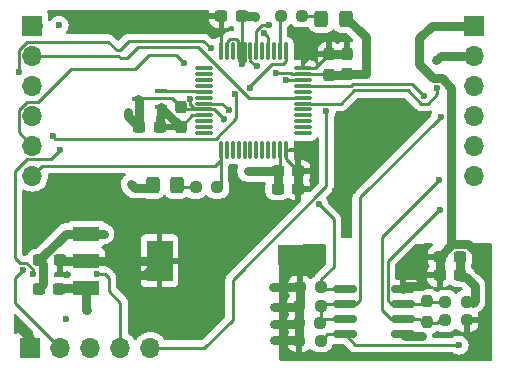
<source format=gtl>
%TF.GenerationSoftware,KiCad,Pcbnew,8.0.4*%
%TF.CreationDate,2025-01-10T16:33:02-05:00*%
%TF.ProjectId,X17-Data-Conversion,5831372d-4461-4746-912d-436f6e766572,rev?*%
%TF.SameCoordinates,Original*%
%TF.FileFunction,Copper,L1,Top*%
%TF.FilePolarity,Positive*%
%FSLAX46Y46*%
G04 Gerber Fmt 4.6, Leading zero omitted, Abs format (unit mm)*
G04 Created by KiCad (PCBNEW 8.0.4) date 2025-01-10 16:33:02*
%MOMM*%
%LPD*%
G01*
G04 APERTURE LIST*
G04 Aperture macros list*
%AMRoundRect*
0 Rectangle with rounded corners*
0 $1 Rounding radius*
0 $2 $3 $4 $5 $6 $7 $8 $9 X,Y pos of 4 corners*
0 Add a 4 corners polygon primitive as box body*
4,1,4,$2,$3,$4,$5,$6,$7,$8,$9,$2,$3,0*
0 Add four circle primitives for the rounded corners*
1,1,$1+$1,$2,$3*
1,1,$1+$1,$4,$5*
1,1,$1+$1,$6,$7*
1,1,$1+$1,$8,$9*
0 Add four rect primitives between the rounded corners*
20,1,$1+$1,$2,$3,$4,$5,0*
20,1,$1+$1,$4,$5,$6,$7,0*
20,1,$1+$1,$6,$7,$8,$9,0*
20,1,$1+$1,$8,$9,$2,$3,0*%
G04 Aperture macros list end*
%TA.AperFunction,SMDPad,CuDef*%
%ADD10RoundRect,0.237500X-0.300000X-0.237500X0.300000X-0.237500X0.300000X0.237500X-0.300000X0.237500X0*%
%TD*%
%TA.AperFunction,SMDPad,CuDef*%
%ADD11RoundRect,0.237500X-0.250000X-0.237500X0.250000X-0.237500X0.250000X0.237500X-0.250000X0.237500X0*%
%TD*%
%TA.AperFunction,SMDPad,CuDef*%
%ADD12RoundRect,0.237500X0.300000X0.237500X-0.300000X0.237500X-0.300000X-0.237500X0.300000X-0.237500X0*%
%TD*%
%TA.AperFunction,ComponentPad*%
%ADD13O,1.700000X1.700000*%
%TD*%
%TA.AperFunction,ComponentPad*%
%ADD14R,1.700000X1.700000*%
%TD*%
%TA.AperFunction,SMDPad,CuDef*%
%ADD15RoundRect,0.150000X-0.825000X-0.150000X0.825000X-0.150000X0.825000X0.150000X-0.825000X0.150000X0*%
%TD*%
%TA.AperFunction,SMDPad,CuDef*%
%ADD16RoundRect,0.075000X-0.075000X-0.662500X0.075000X-0.662500X0.075000X0.662500X-0.075000X0.662500X0*%
%TD*%
%TA.AperFunction,SMDPad,CuDef*%
%ADD17RoundRect,0.075000X-0.662500X-0.075000X0.662500X-0.075000X0.662500X0.075000X-0.662500X0.075000X0*%
%TD*%
%TA.AperFunction,SMDPad,CuDef*%
%ADD18R,1.117600X0.457200*%
%TD*%
%TA.AperFunction,SMDPad,CuDef*%
%ADD19RoundRect,0.237500X-0.237500X0.250000X-0.237500X-0.250000X0.237500X-0.250000X0.237500X0.250000X0*%
%TD*%
%TA.AperFunction,SMDPad,CuDef*%
%ADD20RoundRect,0.237500X0.250000X0.237500X-0.250000X0.237500X-0.250000X-0.237500X0.250000X-0.237500X0*%
%TD*%
%TA.AperFunction,SMDPad,CuDef*%
%ADD21RoundRect,0.250000X0.325000X0.450000X-0.325000X0.450000X-0.325000X-0.450000X0.325000X-0.450000X0*%
%TD*%
%TA.AperFunction,SMDPad,CuDef*%
%ADD22RoundRect,0.250000X-0.325000X-0.450000X0.325000X-0.450000X0.325000X0.450000X-0.325000X0.450000X0*%
%TD*%
%TA.AperFunction,SMDPad,CuDef*%
%ADD23RoundRect,0.237500X0.237500X-0.300000X0.237500X0.300000X-0.237500X0.300000X-0.237500X-0.300000X0*%
%TD*%
%TA.AperFunction,SMDPad,CuDef*%
%ADD24R,2.200000X1.200000*%
%TD*%
%TA.AperFunction,SMDPad,CuDef*%
%ADD25R,2.200000X3.500000*%
%TD*%
%TA.AperFunction,SMDPad,CuDef*%
%ADD26RoundRect,0.237500X-0.237500X0.300000X-0.237500X-0.300000X0.237500X-0.300000X0.237500X0.300000X0*%
%TD*%
%TA.AperFunction,ViaPad*%
%ADD27C,0.600000*%
%TD*%
%TA.AperFunction,Conductor*%
%ADD28C,0.762000*%
%TD*%
%TA.AperFunction,Conductor*%
%ADD29C,0.254000*%
%TD*%
G04 APERTURE END LIST*
D10*
%TO.P,C9,1*%
%TO.N,GND*%
X163617500Y-81650000D03*
%TO.P,C9,2*%
%TO.N,3.3V*%
X165342500Y-81650000D03*
%TD*%
D11*
%TO.P,R7,1*%
%TO.N,5V*%
X165399500Y-93048264D03*
%TO.P,R7,2*%
%TO.N,USART1_DE*%
X167224500Y-93048264D03*
%TD*%
D12*
%TO.P,C13,1*%
%TO.N,3.3V*%
X145162500Y-87720000D03*
%TO.P,C13,2*%
%TO.N,GND*%
X143437500Y-87720000D03*
%TD*%
D13*
%TO.P,J4,12,Pin_12*%
%TO.N,A-*%
X180272500Y-80540000D03*
%TO.P,J4,11,Pin_11*%
%TO.N,A+*%
X180272500Y-78000000D03*
%TO.P,J4,10,Pin_10*%
%TO.N,NRST_PSB*%
X180272500Y-75460000D03*
%TO.P,J4,9,Pin_9*%
%TO.N,I2C1_SCL*%
X180272500Y-72920000D03*
%TO.P,J4,8,Pin_8*%
%TO.N,GND*%
X180272500Y-70380000D03*
D14*
%TO.P,J4,7,Pin_7*%
%TO.N,5V*%
X180272500Y-67840000D03*
D13*
%TO.P,J4,6,Pin_6*%
%TO.N,PG*%
X142847500Y-80540000D03*
%TO.P,J4,5,Pin_5*%
%TO.N,ALERT1*%
X142847500Y-78000000D03*
%TO.P,J4,4,Pin_4*%
%TO.N,unconnected-(J4-Pin_4-Pad4)*%
X142847500Y-75460000D03*
%TO.P,J4,3,Pin_3*%
%TO.N,unconnected-(J4-Pin_3-Pad3)*%
X142847500Y-72920000D03*
%TO.P,J4,2,Pin_2*%
%TO.N,I2C1_SDA*%
X142847500Y-70380000D03*
D14*
%TO.P,J4,1,Pin_1*%
%TO.N,GND*%
X142847500Y-67840000D03*
%TD*%
D10*
%TO.P,C11,1*%
%TO.N,5V*%
X177322000Y-88982014D03*
%TO.P,C11,2*%
%TO.N,GND*%
X179047000Y-88982014D03*
%TD*%
D11*
%TO.P,R10,1*%
%TO.N,A-*%
X177817500Y-91220000D03*
%TO.P,R10,2*%
%TO.N,GND*%
X179642500Y-91220000D03*
%TD*%
D15*
%TO.P,U3,1,RO*%
%TO.N,USART1_RX*%
X169272000Y-90148264D03*
%TO.P,U3,2,~{RE}*%
%TO.N,USART1_DE*%
X169272000Y-91418264D03*
%TO.P,U3,3,DE*%
X169272000Y-92688264D03*
%TO.P,U3,4,DI*%
%TO.N,USART1_TX*%
X169272000Y-93958264D03*
%TO.P,U3,5,GND*%
%TO.N,GND*%
X174222000Y-93958264D03*
%TO.P,U3,6,A*%
%TO.N,A+*%
X174222000Y-92688264D03*
%TO.P,U3,7,B*%
%TO.N,A-*%
X174222000Y-91418264D03*
%TO.P,U3,8,VCC*%
%TO.N,5V*%
X174222000Y-90148264D03*
%TD*%
D16*
%TO.P,U2,48,VDD*%
%TO.N,3.3V*%
X158810000Y-70027500D03*
%TO.P,U2,47,VSS*%
%TO.N,GND*%
X159310000Y-70027500D03*
%TO.P,U2,46,PB9*%
%TO.N,unconnected-(U2-PB9-Pad46)*%
X159810000Y-70027500D03*
%TO.P,U2,45,PB8*%
%TO.N,GND*%
X160310000Y-70027500D03*
%TO.P,U2,44,PF11*%
X160810000Y-70027500D03*
%TO.P,U2,43,PB7*%
%TO.N,USART1_RX*%
X161310000Y-70027500D03*
%TO.P,U2,42,PB6*%
%TO.N,USART1_TX*%
X161810000Y-70027500D03*
%TO.P,U2,41,PB5*%
%TO.N,I2C1_SMBA*%
X162310000Y-70027500D03*
%TO.P,U2,40,PB4*%
%TO.N,ALERT1*%
X162810000Y-70027500D03*
%TO.P,U2,39,PB3*%
%TO.N,unconnected-(U2-PB3-Pad39)*%
X163310000Y-70027500D03*
%TO.P,U2,38,PA15*%
%TO.N,Net-(U2-PA15)*%
X163810000Y-70027500D03*
%TO.P,U2,37,PA14*%
%TO.N,SWCLK*%
X164310000Y-70027500D03*
D17*
%TO.P,U2,36,VDDIO2*%
%TO.N,3.3V*%
X165722500Y-71440000D03*
%TO.P,U2,35,VSS*%
%TO.N,GND*%
X165722500Y-71940000D03*
%TO.P,U2,34,PA13*%
%TO.N,SWDIO*%
X165722500Y-72440000D03*
%TO.P,U2,33,PA12*%
%TO.N,USART1_DE*%
X165722500Y-72940000D03*
%TO.P,U2,32,PA11*%
%TO.N,unconnected-(U2-PA11-Pad32)*%
X165722500Y-73440000D03*
%TO.P,U2,31,PA10*%
%TO.N,I2C1_SDA*%
X165722500Y-73940000D03*
%TO.P,U2,30,PA9*%
%TO.N,I2C1_SCL*%
X165722500Y-74440000D03*
%TO.P,U2,29,PA8*%
%TO.N,unconnected-(U2-PA8-Pad29)*%
X165722500Y-74940000D03*
%TO.P,U2,28,PB15*%
%TO.N,unconnected-(U2-PB15-Pad28)*%
X165722500Y-75440000D03*
%TO.P,U2,27,PB14*%
%TO.N,unconnected-(U2-PB14-Pad27)*%
X165722500Y-75940000D03*
%TO.P,U2,26,PB13*%
%TO.N,unconnected-(U2-PB13-Pad26)*%
X165722500Y-76440000D03*
%TO.P,U2,25,PB12*%
%TO.N,unconnected-(U2-PB12-Pad25)*%
X165722500Y-76940000D03*
D16*
%TO.P,U2,24,VDD*%
%TO.N,3.3V*%
X164310000Y-78352500D03*
%TO.P,U2,23,VSS*%
%TO.N,GND*%
X163810000Y-78352500D03*
%TO.P,U2,22,PB11*%
%TO.N,unconnected-(U2-PB11-Pad22)*%
X163310000Y-78352500D03*
%TO.P,U2,21,PB10*%
%TO.N,unconnected-(U2-PB10-Pad21)*%
X162810000Y-78352500D03*
%TO.P,U2,20,PB2*%
%TO.N,unconnected-(U2-PB2-Pad20)*%
X162310000Y-78352500D03*
%TO.P,U2,19,PB1*%
%TO.N,unconnected-(U2-PB1-Pad19)*%
X161810000Y-78352500D03*
%TO.P,U2,18,PB0*%
%TO.N,unconnected-(U2-PB0-Pad18)*%
X161310000Y-78352500D03*
%TO.P,U2,17,PA7*%
%TO.N,unconnected-(U2-PA7-Pad17)*%
X160810000Y-78352500D03*
%TO.P,U2,16,PA6*%
%TO.N,unconnected-(U2-PA6-Pad16)*%
X160310000Y-78352500D03*
%TO.P,U2,15,PA5*%
%TO.N,unconnected-(U2-PA5-Pad15)*%
X159810000Y-78352500D03*
%TO.P,U2,14,PA4*%
%TO.N,unconnected-(U2-PA4-Pad14)*%
X159310000Y-78352500D03*
%TO.P,U2,13,PA3*%
%TO.N,PG*%
X158810000Y-78352500D03*
D17*
%TO.P,U2,12,PA2*%
%TO.N,unconnected-(U2-PA2-Pad12)*%
X157397500Y-76940000D03*
%TO.P,U2,11,PA1*%
%TO.N,unconnected-(U2-PA1-Pad11)*%
X157397500Y-76440000D03*
%TO.P,U2,10,PA0*%
%TO.N,unconnected-(U2-PA0-Pad10)*%
X157397500Y-75940000D03*
%TO.P,U2,9,VDDA*%
%TO.N,3.3V*%
X157397500Y-75440000D03*
%TO.P,U2,8,VSSA*%
%TO.N,GND*%
X157397500Y-74940000D03*
%TO.P,U2,7,NRST*%
%TO.N,NRST_PSB*%
X157397500Y-74440000D03*
%TO.P,U2,6,PF1*%
%TO.N,unconnected-(U2-PF1-Pad6)*%
X157397500Y-73940000D03*
%TO.P,U2,5,PF0*%
%TO.N,Net-(U2-PF0)*%
X157397500Y-73440000D03*
%TO.P,U2,4,PC15*%
%TO.N,unconnected-(U2-PC15-Pad4)*%
X157397500Y-72940000D03*
%TO.P,U2,3,PC14*%
%TO.N,unconnected-(U2-PC14-Pad3)*%
X157397500Y-72440000D03*
%TO.P,U2,2,PC13*%
%TO.N,unconnected-(U2-PC13-Pad2)*%
X157397500Y-71940000D03*
%TO.P,U2,1,VBAT*%
%TO.N,unconnected-(U2-VBAT-Pad1)*%
X157397500Y-71440000D03*
%TD*%
D11*
%TO.P,R8,1*%
%TO.N,5V*%
X165439500Y-94518264D03*
%TO.P,R8,2*%
%TO.N,USART1_TX*%
X167264500Y-94518264D03*
%TD*%
D10*
%TO.P,C12,1*%
%TO.N,GND*%
X143367500Y-90130000D03*
%TO.P,C12,2*%
%TO.N,5V*%
X145092500Y-90130000D03*
%TD*%
D11*
%TO.P,R6,1*%
%TO.N,5V*%
X165419500Y-91558264D03*
%TO.P,R6,2*%
%TO.N,USART1_DE*%
X167244500Y-91558264D03*
%TD*%
D18*
%TO.P,U4,3,GND*%
%TO.N,GND*%
X151769400Y-74070000D03*
%TO.P,U4,2,CLOCK*%
%TO.N,Net-(U2-PF0)*%
X153750600Y-73420001D03*
%TO.P,U4,1,V+*%
%TO.N,3.3V*%
X153750600Y-74719999D03*
%TD*%
D19*
%TO.P,R11,1*%
%TO.N,A-*%
X176270000Y-91127500D03*
%TO.P,R11,2*%
%TO.N,A+*%
X176270000Y-92952500D03*
%TD*%
D20*
%TO.P,R9,1*%
%TO.N,5V*%
X179612500Y-92790000D03*
%TO.P,R9,2*%
%TO.N,A+*%
X177787500Y-92790000D03*
%TD*%
D21*
%TO.P,D1,1,K*%
%TO.N,GND*%
X169362500Y-67280000D03*
%TO.P,D1,2,A*%
%TO.N,Net-(D1-A)*%
X167312500Y-67280000D03*
%TD*%
D22*
%TO.P,D2,1,K*%
%TO.N,GND*%
X153017500Y-81310000D03*
%TO.P,D2,2,A*%
%TO.N,Net-(D2-A)*%
X155067500Y-81310000D03*
%TD*%
D14*
%TO.P,J1,1,Pin_1*%
%TO.N,3.3V*%
X142680000Y-95120000D03*
D13*
%TO.P,J1,2,Pin_2*%
%TO.N,SWCLK*%
X145220000Y-95120000D03*
%TO.P,J1,3,Pin_3*%
%TO.N,GND*%
X147760000Y-95120000D03*
%TO.P,J1,4,Pin_4*%
%TO.N,SWDIO*%
X150300000Y-95120000D03*
%TO.P,J1,5,Pin_5*%
%TO.N,NRST_PSB*%
X152840000Y-95120000D03*
%TD*%
D10*
%TO.P,C8,1*%
%TO.N,GND*%
X163617500Y-80180000D03*
%TO.P,C8,2*%
%TO.N,3.3V*%
X165342500Y-80180000D03*
%TD*%
D23*
%TO.P,C6,1*%
%TO.N,GND*%
X167980000Y-71985000D03*
%TO.P,C6,2*%
%TO.N,3.3V*%
X167980000Y-70260000D03*
%TD*%
D12*
%TO.P,C1,1*%
%TO.N,3.3V*%
X153632500Y-76410000D03*
%TO.P,C1,2*%
%TO.N,GND*%
X151907500Y-76410000D03*
%TD*%
D10*
%TO.P,C10,1*%
%TO.N,5V*%
X177342000Y-87414514D03*
%TO.P,C10,2*%
%TO.N,GND*%
X179067000Y-87414514D03*
%TD*%
D24*
%TO.P,U5,1,GND*%
%TO.N,GND*%
X147410000Y-85460000D03*
%TO.P,U5,2,OUTPUT*%
%TO.N,3.3V*%
X147410000Y-87760000D03*
%TO.P,U5,3,INPUT*%
%TO.N,5V*%
X147410000Y-90060000D03*
D25*
%TO.P,U5,4,VOUT*%
%TO.N,3.3V*%
X153610000Y-87760000D03*
%TD*%
D11*
%TO.P,R4,1*%
%TO.N,Net-(U2-PA15)*%
X163857500Y-67020000D03*
%TO.P,R4,2*%
%TO.N,Net-(D1-A)*%
X165682500Y-67020000D03*
%TD*%
D26*
%TO.P,C5,1*%
%TO.N,GND*%
X155390000Y-74697500D03*
%TO.P,C5,2*%
%TO.N,3.3V*%
X155390000Y-76422500D03*
%TD*%
D20*
%TO.P,R2,1*%
%TO.N,PG*%
X158492500Y-81510000D03*
%TO.P,R2,2*%
%TO.N,Net-(D2-A)*%
X156667500Y-81510000D03*
%TD*%
D11*
%TO.P,R5,1*%
%TO.N,5V*%
X165479500Y-89978264D03*
%TO.P,R5,2*%
%TO.N,USART1_RX*%
X167304500Y-89978264D03*
%TD*%
D23*
%TO.P,C7,1*%
%TO.N,GND*%
X169500000Y-71955000D03*
%TO.P,C7,2*%
%TO.N,3.3V*%
X169500000Y-70230000D03*
%TD*%
D12*
%TO.P,C4,1*%
%TO.N,GND*%
X160582500Y-67060000D03*
%TO.P,C4,2*%
%TO.N,3.3V*%
X158857500Y-67060000D03*
%TD*%
D27*
%TO.N,GND*%
X145100000Y-67830000D03*
%TO.N,3.3V*%
X141830000Y-93430000D03*
%TO.N,SWDIO*%
X141710000Y-71790000D03*
%TO.N,SWCLK*%
X144580000Y-77200000D03*
%TO.N,NRST_PSB*%
X167720000Y-75067000D03*
X159483000Y-75030000D03*
%TO.N,3.3V*%
X168730000Y-70260000D03*
X171920000Y-74250000D03*
X166740000Y-80270000D03*
X166520000Y-70210000D03*
X174190000Y-74270000D03*
X168480000Y-81850000D03*
X149400000Y-81010000D03*
X153735300Y-75515300D03*
X158820000Y-85890000D03*
X147060000Y-81000000D03*
X147080000Y-68090000D03*
X169950000Y-81840000D03*
X158830000Y-85250000D03*
X150980000Y-88950000D03*
X169150000Y-81860000D03*
X149350000Y-68150000D03*
X148170000Y-81010000D03*
X158830000Y-84580000D03*
X148160000Y-68130000D03*
X173030000Y-74310000D03*
%TO.N,SWCLK*%
X160019439Y-73640561D03*
X142050176Y-88561792D03*
X161269303Y-73116999D03*
%TO.N,SWDIO*%
X157950000Y-69780000D03*
X164280000Y-72490000D03*
%TO.N,5V*%
X147410000Y-91960000D03*
X163257000Y-89978264D03*
X163310000Y-91630000D03*
X175867000Y-89870682D03*
X163290000Y-94480000D03*
X178290000Y-86330000D03*
X163310000Y-93080000D03*
%TO.N,USART1_RX*%
X161885352Y-71264999D03*
X167090000Y-82970000D03*
%TO.N,USART1_DE*%
X177410000Y-75560000D03*
X176020000Y-73813000D03*
%TO.N,USART1_TX*%
X162900089Y-67803101D03*
X178967000Y-94888264D03*
%TO.N,A+*%
X177270000Y-80920000D03*
%TO.N,A-*%
X177380000Y-83450000D03*
%TO.N,I2C1_SCL*%
X177140000Y-73140000D03*
%TO.N,ALERT1*%
X162490000Y-68490000D03*
X155710000Y-71040000D03*
%TO.N,GND*%
X163500000Y-71891999D03*
X161680000Y-67070000D03*
X148867500Y-85460000D03*
X156160000Y-74047001D03*
X175827000Y-94109264D03*
X145670000Y-92690000D03*
X160610000Y-71110000D03*
X161070000Y-80180000D03*
X180315000Y-89865000D03*
X150960000Y-75180000D03*
X177020000Y-70780000D03*
X171055000Y-71955000D03*
X151200000Y-81280000D03*
X159070000Y-75760000D03*
%TO.N,SWDIO*%
X148340000Y-88860000D03*
X145210000Y-78350000D03*
X142860000Y-88870000D03*
%TD*%
D28*
%TO.N,GND*%
X150960000Y-75462500D02*
X150960000Y-75180000D01*
X151907500Y-76410000D02*
X150960000Y-75462500D01*
D29*
%TO.N,SWCLK*%
X158377000Y-77417000D02*
X144797000Y-77417000D01*
X160110000Y-73550000D02*
X160110000Y-75684000D01*
X160019439Y-73640561D02*
X160110000Y-73550000D01*
X160110000Y-75684000D02*
X158377000Y-77417000D01*
X144797000Y-77417000D02*
X144580000Y-77200000D01*
%TO.N,ALERT1*%
X154970000Y-70300000D02*
X155710000Y-71040000D01*
X151520000Y-71490000D02*
X152710000Y-70300000D01*
X143335030Y-74283000D02*
X146128030Y-71490000D01*
X152710000Y-70300000D02*
X154970000Y-70300000D01*
X142359970Y-74283000D02*
X143335030Y-74283000D01*
X141670500Y-74972470D02*
X142359970Y-74283000D01*
X141670500Y-76823000D02*
X141670500Y-74972470D01*
X142847500Y-78000000D02*
X141670500Y-76823000D01*
X146128030Y-71490000D02*
X151520000Y-71490000D01*
%TO.N,I2C1_SDA*%
X161205592Y-73940000D02*
X165722500Y-73940000D01*
X156879592Y-69614000D02*
X161205592Y-73940000D01*
X150326000Y-70586000D02*
X150824000Y-70586000D01*
X150824000Y-70586000D02*
X151796000Y-69614000D01*
X150120000Y-70380000D02*
X150326000Y-70586000D01*
X142847500Y-70380000D02*
X150120000Y-70380000D01*
X151796000Y-69614000D02*
X156879592Y-69614000D01*
%TO.N,SWDIO*%
X157330000Y-69160000D02*
X157950000Y-69780000D01*
X151010000Y-69160000D02*
X157330000Y-69160000D01*
X150270000Y-69900000D02*
X151010000Y-69160000D01*
X149273000Y-69203000D02*
X149970000Y-69900000D01*
X141670500Y-69892470D02*
X142359970Y-69203000D01*
X141670500Y-71743000D02*
X141670500Y-69892470D01*
X142359970Y-69203000D02*
X149273000Y-69203000D01*
X149970000Y-69900000D02*
X150270000Y-69900000D01*
X149310000Y-90310000D02*
X149310000Y-89190000D01*
X149310000Y-89190000D02*
X148980000Y-88860000D01*
X148980000Y-88860000D02*
X148340000Y-88860000D01*
X150300000Y-91300000D02*
X149310000Y-90310000D01*
X150300000Y-95120000D02*
X150300000Y-91300000D01*
X144383000Y-79177000D02*
X145210000Y-78350000D01*
X141377000Y-87507000D02*
X141377000Y-80159970D01*
X141377000Y-80159970D02*
X142359970Y-79177000D01*
X141804792Y-87934792D02*
X141377000Y-87507000D01*
X142309888Y-87934792D02*
X141804792Y-87934792D01*
X142359970Y-79177000D02*
X144383000Y-79177000D01*
X142860000Y-88870000D02*
X142860000Y-88484904D01*
X142860000Y-88484904D02*
X142309888Y-87934792D01*
%TO.N,NRST_PSB*%
X159483000Y-75030000D02*
X158893000Y-74440000D01*
X158893000Y-74440000D02*
X157397500Y-74440000D01*
%TO.N,3.3V*%
X166942500Y-70220000D02*
X167240000Y-70220000D01*
D28*
X153735300Y-75515300D02*
X153750600Y-75500000D01*
D29*
X156372500Y-75440000D02*
X157397500Y-75440000D01*
X165722500Y-71007500D02*
X166520000Y-70210000D01*
X158810000Y-70027500D02*
X158810000Y-67107500D01*
D28*
X167980000Y-70260000D02*
X168730000Y-70260000D01*
X165342500Y-80180000D02*
X165342500Y-81650000D01*
D29*
X158810000Y-67107500D02*
X158857500Y-67060000D01*
D28*
X147410000Y-87760000D02*
X145202500Y-87760000D01*
X155390000Y-76422500D02*
X153750600Y-74783100D01*
X169470000Y-70260000D02*
X169500000Y-70230000D01*
X152420000Y-88950000D02*
X153610000Y-87760000D01*
D29*
X165722500Y-71440000D02*
X166800000Y-71440000D01*
D28*
X153750600Y-74783100D02*
X153750600Y-74719999D01*
X153750600Y-74719999D02*
X153750600Y-75500000D01*
X145202500Y-87760000D02*
X145162500Y-87720000D01*
X153632500Y-76410000D02*
X153632500Y-75618100D01*
D29*
X164310000Y-79147500D02*
X165342500Y-80180000D01*
X164310000Y-78352500D02*
X164310000Y-79147500D01*
D28*
X142680000Y-94300000D02*
X141830000Y-93450000D01*
X150980000Y-88950000D02*
X152420000Y-88950000D01*
X153632500Y-75618100D02*
X153735300Y-75515300D01*
D29*
X155390000Y-76422500D02*
X156372500Y-75440000D01*
D28*
X153610000Y-87760000D02*
X147410000Y-87760000D01*
D29*
X165722500Y-71440000D02*
X165722500Y-71007500D01*
D28*
X168730000Y-70260000D02*
X169470000Y-70260000D01*
D29*
X166800000Y-71440000D02*
X167980000Y-70260000D01*
D28*
X142680000Y-95120000D02*
X142680000Y-94300000D01*
D29*
%TO.N,Net-(D1-A)*%
X165682500Y-67020000D02*
X167192500Y-67020000D01*
X167192500Y-67020000D02*
X167302500Y-67130000D01*
%TO.N,SWCLK*%
X142050176Y-88561792D02*
X141410000Y-89201968D01*
X164310000Y-70835592D02*
X164310000Y-70027500D01*
X145170000Y-95120000D02*
X145220000Y-95120000D01*
X161269303Y-72977409D02*
X163154712Y-71092000D01*
X141410000Y-91360000D02*
X145170000Y-95120000D01*
X163154712Y-71092000D02*
X164053592Y-71092000D01*
X141410000Y-89201968D02*
X141410000Y-91360000D01*
X161269303Y-73116999D02*
X161269303Y-72977409D01*
X164053592Y-71092000D02*
X164310000Y-70835592D01*
%TO.N,SWDIO*%
X164330000Y-72440000D02*
X165722500Y-72440000D01*
X164280000Y-72490000D02*
X164330000Y-72440000D01*
%TO.N,Net-(U2-PA15)*%
X163810000Y-67067500D02*
X163810000Y-70027500D01*
X163857500Y-67020000D02*
X163810000Y-67067500D01*
D28*
%TO.N,5V*%
X177342000Y-88962014D02*
X177322000Y-88982014D01*
X147410000Y-91960000D02*
X147440000Y-91960000D01*
X177342000Y-87414514D02*
X177342000Y-88962014D01*
X176779000Y-72259000D02*
X177504923Y-72259000D01*
X165401236Y-94480000D02*
X165439500Y-94518264D01*
X165367764Y-93080000D02*
X165399500Y-93048264D01*
X177504923Y-72259000D02*
X178330000Y-73084077D01*
X163247000Y-89988264D02*
X163257000Y-89978264D01*
X175867000Y-89870682D02*
X174499582Y-89870682D01*
X178398000Y-86358514D02*
X179712616Y-86358514D01*
X179712616Y-86358514D02*
X180540000Y-87185898D01*
X165479500Y-89978264D02*
X165479500Y-91498264D01*
X163310000Y-91630000D02*
X165347764Y-91630000D01*
X165479500Y-91498264D02*
X165419500Y-91558264D01*
X165399500Y-93048264D02*
X165399500Y-94478264D01*
X163290000Y-94480000D02*
X165401236Y-94480000D01*
X180540000Y-87185898D02*
X180540000Y-88560000D01*
X175620000Y-68870000D02*
X175620000Y-71100000D01*
X165399500Y-94478264D02*
X165439500Y-94518264D01*
X165399500Y-91578264D02*
X165419500Y-91558264D01*
X180272500Y-67840000D02*
X176650000Y-67840000D01*
X163310000Y-93080000D02*
X165367764Y-93080000D01*
X165479500Y-89978264D02*
X163257000Y-89978264D01*
X178330000Y-86426514D02*
X177342000Y-87414514D01*
X174499582Y-89870682D02*
X174222000Y-90148264D01*
X165399500Y-93048264D02*
X165399500Y-91578264D01*
X147410000Y-90060000D02*
X145162500Y-90060000D01*
X175620000Y-71100000D02*
X176779000Y-72259000D01*
X165347764Y-91630000D02*
X165419500Y-91558264D01*
X178330000Y-73084077D02*
X178330000Y-86426514D01*
X178330000Y-86426514D02*
X178398000Y-86358514D01*
X147410000Y-90060000D02*
X147410000Y-91960000D01*
X145162500Y-90060000D02*
X145092500Y-90130000D01*
X176650000Y-67840000D02*
X175620000Y-68870000D01*
D29*
%TO.N,USART1_RX*%
X168350000Y-88259000D02*
X167304500Y-89304500D01*
X168350000Y-84230000D02*
X168350000Y-88259000D01*
X167334500Y-90148264D02*
X167284500Y-90098264D01*
X167304500Y-89304500D02*
X167304500Y-89978264D01*
X161885352Y-71264999D02*
X161739407Y-71264999D01*
X161739407Y-71264999D02*
X161310000Y-70835592D01*
X167090000Y-82970000D02*
X168350000Y-84230000D01*
X161310000Y-70835592D02*
X161310000Y-70027500D01*
X169272000Y-90148264D02*
X167334500Y-90148264D01*
%TO.N,USART1_DE*%
X177410000Y-75560000D02*
X170574000Y-82396000D01*
X169857404Y-72940000D02*
X169997404Y-72800000D01*
X167584500Y-92688264D02*
X167224500Y-93048264D01*
X167244500Y-91558264D02*
X167244500Y-93028264D01*
X165722500Y-72940000D02*
X169857404Y-72940000D01*
X169272000Y-91418264D02*
X167384500Y-91418264D01*
X175007000Y-72800000D02*
X176020000Y-73813000D01*
X169997404Y-72800000D02*
X175007000Y-72800000D01*
X170574000Y-91091263D02*
X170246999Y-91418264D01*
X170574000Y-82396000D02*
X170574000Y-91091263D01*
X170246999Y-91418264D02*
X169272000Y-91418264D01*
X167244500Y-93028264D02*
X167224500Y-93048264D01*
X167384500Y-91418264D02*
X167244500Y-91558264D01*
X169272000Y-92688264D02*
X167584500Y-92688264D01*
%TO.N,USART1_TX*%
X161810000Y-68283288D02*
X162273288Y-67820000D01*
X170202000Y-94888264D02*
X169272000Y-93958264D01*
X178967000Y-94888264D02*
X170202000Y-94888264D01*
X162273288Y-67820000D02*
X162890000Y-67820000D01*
X162900089Y-67809911D02*
X162900089Y-67803101D01*
X167824500Y-93958264D02*
X167264500Y-94518264D01*
X162890000Y-67820000D02*
X162900089Y-67809911D01*
X169272000Y-93958264D02*
X167824500Y-93958264D01*
X161810000Y-70027500D02*
X161810000Y-68283288D01*
%TO.N,A+*%
X175614500Y-92688264D02*
X175967000Y-93040764D01*
X173247001Y-92688264D02*
X174222000Y-92688264D01*
X177250000Y-80920000D02*
X172466000Y-85704000D01*
X177920000Y-92790000D02*
X177787500Y-92790000D01*
X172466000Y-91907263D02*
X173247001Y-92688264D01*
X177270000Y-80920000D02*
X177250000Y-80920000D01*
X175967000Y-93040764D02*
X177069500Y-93040764D01*
X174222000Y-92688264D02*
X175614500Y-92688264D01*
X172466000Y-85704000D02*
X172466000Y-91907263D01*
X177069500Y-93040764D02*
X177332000Y-92778264D01*
%TO.N,A-*%
X173247001Y-91418264D02*
X174222000Y-91418264D01*
X172920000Y-87783000D02*
X172920000Y-91091263D01*
X177247000Y-91215764D02*
X177339500Y-91308264D01*
X175967000Y-91215764D02*
X177247000Y-91215764D01*
X177253000Y-83450000D02*
X172920000Y-87783000D01*
X174222000Y-91418264D02*
X175764500Y-91418264D01*
X177380000Y-83450000D02*
X177253000Y-83450000D01*
X172920000Y-91091263D02*
X173247001Y-91418264D01*
X173838264Y-91418264D02*
X174222000Y-91418264D01*
X175764500Y-91418264D02*
X175967000Y-91215764D01*
%TO.N,I2C1_SCL*%
X170109457Y-73330000D02*
X174650288Y-73330000D01*
X177140000Y-73610000D02*
X177140000Y-73140000D01*
X176310000Y-74440000D02*
X177140000Y-73610000D01*
X174650288Y-73330000D02*
X175760288Y-74440000D01*
X168999457Y-74440000D02*
X170109457Y-73330000D01*
X165722500Y-74440000D02*
X168999457Y-74440000D01*
X175760288Y-74440000D02*
X176310000Y-74440000D01*
%TO.N,ALERT1*%
X162490000Y-68490000D02*
X162810000Y-68810000D01*
X162810000Y-68810000D02*
X162810000Y-70027500D01*
D28*
%TO.N,GND*%
X177420000Y-70380000D02*
X177020000Y-70780000D01*
X169470000Y-71985000D02*
X169500000Y-71955000D01*
D29*
X163500000Y-71891999D02*
X163528999Y-71863000D01*
D28*
X171055000Y-68832500D02*
X171055000Y-71955000D01*
D29*
X160630000Y-70027500D02*
X160810000Y-70027500D01*
D28*
X142847500Y-67840000D02*
X143280000Y-67840000D01*
D29*
X159070000Y-75760000D02*
X158949999Y-75880001D01*
X156160000Y-74510592D02*
X156160000Y-74604663D01*
X151827401Y-74011999D02*
X151769400Y-74070000D01*
D28*
X143280000Y-67840000D02*
X143310000Y-67810000D01*
D29*
X160582500Y-69800000D02*
X160810000Y-70027500D01*
X158250000Y-74940000D02*
X159070000Y-75760000D01*
D28*
X160582500Y-67060000D02*
X161670000Y-67060000D01*
X151907500Y-74208100D02*
X151769400Y-74070000D01*
D29*
X156160000Y-74604663D02*
X156160000Y-74047001D01*
D28*
X179164500Y-89099514D02*
X179047000Y-88982014D01*
D29*
X160053592Y-68963000D02*
X160310000Y-69219408D01*
X155390000Y-74697500D02*
X154704499Y-74011999D01*
D28*
X151493750Y-81573750D02*
X151200000Y-81280000D01*
D29*
X156589408Y-74940000D02*
X156160000Y-74510592D01*
X163528999Y-71863000D02*
X164777000Y-71863000D01*
X164854000Y-71940000D02*
X165722500Y-71940000D01*
D28*
X163617500Y-80180000D02*
X161070000Y-80180000D01*
X180315000Y-89865000D02*
X179549514Y-89099514D01*
X143770096Y-88052596D02*
X143770096Y-89727404D01*
D29*
X154704499Y-74011999D02*
X151827401Y-74011999D01*
X160630000Y-71090000D02*
X160610000Y-71110000D01*
D28*
X161670000Y-67060000D02*
X161680000Y-67070000D01*
X175827000Y-94109264D02*
X174373000Y-94109264D01*
D29*
X155390000Y-74697500D02*
X155632500Y-74940000D01*
X167935000Y-71940000D02*
X167980000Y-71985000D01*
D28*
X174373000Y-94109264D02*
X174222000Y-93958264D01*
X151907500Y-76410000D02*
X151907500Y-74208100D01*
D29*
X159566408Y-68963000D02*
X160053592Y-68963000D01*
X160582500Y-67060000D02*
X160582500Y-69800000D01*
D28*
X161060000Y-80170000D02*
X161070000Y-80180000D01*
D29*
X160630000Y-70027500D02*
X160630000Y-71090000D01*
X165722500Y-71940000D02*
X167935000Y-71940000D01*
D28*
X163617500Y-80180000D02*
X163617500Y-81650000D01*
X180315000Y-91185000D02*
X180180000Y-91320000D01*
D29*
X163810000Y-79987500D02*
X163617500Y-80180000D01*
X164777000Y-71863000D02*
X164854000Y-71940000D01*
X160310000Y-70027500D02*
X160310000Y-70810000D01*
D28*
X169500000Y-71955000D02*
X171055000Y-71955000D01*
D29*
X160310000Y-69219408D02*
X160310000Y-70027500D01*
X157397500Y-74940000D02*
X158250000Y-74940000D01*
D28*
X161680000Y-67070000D02*
X161691012Y-67081012D01*
X180315000Y-89865000D02*
X180315000Y-91185000D01*
X179549514Y-89099514D02*
X179164500Y-89099514D01*
D29*
X159310000Y-70027500D02*
X159310000Y-69219408D01*
X159310000Y-69219408D02*
X159566408Y-68963000D01*
D28*
X171060000Y-71960000D02*
X171055000Y-71955000D01*
X167980000Y-71985000D02*
X169470000Y-71985000D01*
D29*
X163810000Y-78352500D02*
X163810000Y-79987500D01*
D28*
X179067000Y-88962014D02*
X179047000Y-88982014D01*
X153017500Y-81310000D02*
X152753750Y-81573750D01*
X179067000Y-87414514D02*
X179067000Y-88962014D01*
D29*
X157397500Y-74940000D02*
X156589408Y-74940000D01*
D28*
X180272500Y-70380000D02*
X177420000Y-70380000D01*
X169352500Y-67130000D02*
X171055000Y-68832500D01*
X147410000Y-85460000D02*
X148867500Y-85460000D01*
D29*
X160310000Y-70027500D02*
X160630000Y-70027500D01*
D28*
X143437500Y-87720000D02*
X143770096Y-88052596D01*
X143770096Y-89727404D02*
X143367500Y-90130000D01*
D29*
X160810000Y-70027500D02*
X160810000Y-70835592D01*
D28*
X147410000Y-85460000D02*
X145697500Y-85460000D01*
X152753750Y-81573750D02*
X151493750Y-81573750D01*
D29*
X155632500Y-74940000D02*
X157397500Y-74940000D01*
D28*
X145697500Y-85460000D02*
X143437500Y-87720000D01*
D29*
X160310000Y-70810000D02*
X160610000Y-71110000D01*
%TO.N,Net-(D2-A)*%
X156667500Y-81510000D02*
X155267500Y-81510000D01*
X155267500Y-81510000D02*
X155067500Y-81310000D01*
%TO.N,PG*%
X158810000Y-81192500D02*
X158492500Y-81510000D01*
X158810000Y-78352500D02*
X158810000Y-81192500D01*
X142847500Y-80540000D02*
X143697500Y-79690000D01*
X158810000Y-79206592D02*
X158810000Y-78352500D01*
X143697500Y-79690000D02*
X158326592Y-79690000D01*
X158326592Y-79690000D02*
X158810000Y-79206592D01*
%TO.N,Net-(U2-PF0)*%
X153750600Y-73420001D02*
X157377501Y-73420001D01*
X157377501Y-73420001D02*
X157397500Y-73440000D01*
%TO.N,NRST_PSB*%
X167720000Y-81453288D02*
X167720000Y-75067000D01*
X159803288Y-92726712D02*
X159803288Y-89370000D01*
X157410000Y-95120000D02*
X159803288Y-92726712D01*
X152840000Y-95120000D02*
X157410000Y-95120000D01*
X159803288Y-89370000D02*
X167720000Y-81453288D01*
%TD*%
%TA.AperFunction,Conductor*%
%TO.N,5V*%
G36*
X181691699Y-86264812D02*
G01*
X181737877Y-86317247D01*
X181749500Y-86369663D01*
X181749500Y-96085500D01*
X181729815Y-96152539D01*
X181677011Y-96198294D01*
X181625500Y-96209500D01*
X163872227Y-96209500D01*
X163805188Y-96189815D01*
X163759433Y-96137011D01*
X163748232Y-96086628D01*
X163736570Y-94804907D01*
X164452001Y-94804907D01*
X164462319Y-94905916D01*
X164516546Y-95069564D01*
X164516551Y-95069575D01*
X164607052Y-95216298D01*
X164607055Y-95216302D01*
X164728961Y-95338208D01*
X164728965Y-95338211D01*
X164875688Y-95428712D01*
X164875699Y-95428717D01*
X165039347Y-95482944D01*
X165140351Y-95493263D01*
X165189499Y-95493262D01*
X165189500Y-95493262D01*
X165189500Y-94768264D01*
X164452001Y-94768264D01*
X164452001Y-94804907D01*
X163736570Y-94804907D01*
X163735697Y-94709014D01*
X163723194Y-93334918D01*
X164412001Y-93334918D01*
X164422319Y-93435916D01*
X164476546Y-93599564D01*
X164476551Y-93599575D01*
X164569700Y-93750591D01*
X164588141Y-93817983D01*
X164569701Y-93880785D01*
X164516548Y-93966958D01*
X164516546Y-93966963D01*
X164462319Y-94130611D01*
X164452000Y-94231609D01*
X164452000Y-94268264D01*
X165189500Y-94268264D01*
X165189500Y-94066264D01*
X165185819Y-94062583D01*
X165152334Y-94001260D01*
X165149500Y-93974902D01*
X165149500Y-93298264D01*
X164412001Y-93298264D01*
X164412001Y-93334918D01*
X163723194Y-93334918D01*
X163717977Y-92761609D01*
X164412000Y-92761609D01*
X164412000Y-92798264D01*
X165149500Y-92798264D01*
X165149500Y-92101626D01*
X165169185Y-92034587D01*
X165169500Y-92034196D01*
X165169500Y-91808264D01*
X164432001Y-91808264D01*
X164432001Y-91844918D01*
X164442319Y-91945916D01*
X164496546Y-92109564D01*
X164496551Y-92109575D01*
X164565868Y-92221954D01*
X164584309Y-92289346D01*
X164565869Y-92352148D01*
X164476548Y-92496958D01*
X164476546Y-92496963D01*
X164422319Y-92660611D01*
X164412000Y-92761609D01*
X163717977Y-92761609D01*
X163704419Y-91271609D01*
X164432000Y-91271609D01*
X164432000Y-91308264D01*
X165169500Y-91308264D01*
X165169500Y-90651626D01*
X165189185Y-90584587D01*
X165205819Y-90563945D01*
X165229500Y-90540264D01*
X165229500Y-90228264D01*
X164492001Y-90228264D01*
X164492001Y-90264918D01*
X164502319Y-90365916D01*
X164556546Y-90529564D01*
X164556551Y-90529575D01*
X164642859Y-90669500D01*
X164661300Y-90736892D01*
X164640378Y-90803556D01*
X164625003Y-90822277D01*
X164587055Y-90860225D01*
X164587052Y-90860229D01*
X164496551Y-91006952D01*
X164496546Y-91006963D01*
X164442319Y-91170611D01*
X164432000Y-91271609D01*
X163704419Y-91271609D01*
X163690042Y-89691609D01*
X164492000Y-89691609D01*
X164492000Y-89728264D01*
X165229500Y-89728264D01*
X165229500Y-89003264D01*
X165229499Y-89003263D01*
X165180361Y-89003264D01*
X165180343Y-89003265D01*
X165079347Y-89013583D01*
X164915699Y-89067810D01*
X164915688Y-89067815D01*
X164768965Y-89158316D01*
X164768961Y-89158319D01*
X164647055Y-89280225D01*
X164647052Y-89280229D01*
X164556551Y-89426952D01*
X164556546Y-89426963D01*
X164502319Y-89590611D01*
X164492000Y-89691609D01*
X163690042Y-89691609D01*
X163661129Y-86514121D01*
X163680202Y-86446910D01*
X163732587Y-86400677D01*
X163784123Y-86389002D01*
X167597506Y-86358364D01*
X167664699Y-86377509D01*
X167710877Y-86429944D01*
X167722500Y-86482360D01*
X167722500Y-87947719D01*
X167702815Y-88014758D01*
X167686181Y-88035400D01*
X166904492Y-88817089D01*
X166817089Y-88904492D01*
X166748415Y-89007270D01*
X166746166Y-89012700D01*
X166733049Y-89044365D01*
X166689208Y-89098768D01*
X166683587Y-89102449D01*
X166593652Y-89157922D01*
X166479327Y-89272247D01*
X166418004Y-89305731D01*
X166348312Y-89300747D01*
X166303965Y-89272246D01*
X166190038Y-89158319D01*
X166190034Y-89158316D01*
X166043311Y-89067815D01*
X166043300Y-89067810D01*
X165879652Y-89013583D01*
X165778654Y-89003264D01*
X165729500Y-89003264D01*
X165729500Y-90884902D01*
X165709815Y-90951941D01*
X165693181Y-90972583D01*
X165669500Y-90996264D01*
X165669500Y-92504902D01*
X165649815Y-92571941D01*
X165649500Y-92572331D01*
X165649500Y-93500264D01*
X165653181Y-93503945D01*
X165686666Y-93565268D01*
X165689500Y-93591626D01*
X165689500Y-95493263D01*
X165738640Y-95493263D01*
X165738654Y-95493262D01*
X165839652Y-95482944D01*
X166003300Y-95428717D01*
X166003311Y-95428712D01*
X166150033Y-95338212D01*
X166263964Y-95224281D01*
X166325287Y-95190796D01*
X166394979Y-95195780D01*
X166439327Y-95224281D01*
X166553650Y-95338604D01*
X166700484Y-95429172D01*
X166864247Y-95483438D01*
X166965323Y-95493764D01*
X167563676Y-95493763D01*
X167563684Y-95493762D01*
X167563687Y-95493762D01*
X167619030Y-95488108D01*
X167664753Y-95483438D01*
X167828516Y-95429172D01*
X167975350Y-95338604D01*
X168097340Y-95216614D01*
X168187908Y-95069780D01*
X168242174Y-94906017D01*
X168245894Y-94869597D01*
X168272289Y-94804907D01*
X168329469Y-94764754D01*
X168378979Y-94758581D01*
X168380122Y-94758670D01*
X168381306Y-94758764D01*
X169133719Y-94758764D01*
X169200758Y-94778449D01*
X169221400Y-94795083D01*
X169714589Y-95288272D01*
X169764525Y-95338208D01*
X169801994Y-95375677D01*
X169801996Y-95375678D01*
X169904756Y-95444340D01*
X169904758Y-95444341D01*
X169904767Y-95444347D01*
X169929772Y-95454704D01*
X169952071Y-95463941D01*
X169994254Y-95481413D01*
X170018966Y-95491650D01*
X170140192Y-95515763D01*
X170140196Y-95515764D01*
X170140197Y-95515764D01*
X178425328Y-95515764D01*
X178491299Y-95534769D01*
X178617478Y-95614053D01*
X178787745Y-95673632D01*
X178787750Y-95673633D01*
X178966996Y-95693829D01*
X178967000Y-95693829D01*
X178967004Y-95693829D01*
X179146249Y-95673633D01*
X179146252Y-95673632D01*
X179146255Y-95673632D01*
X179316522Y-95614053D01*
X179469262Y-95518080D01*
X179596816Y-95390526D01*
X179692789Y-95237786D01*
X179752368Y-95067519D01*
X179770565Y-94906015D01*
X179772565Y-94888267D01*
X179772565Y-94888260D01*
X179752369Y-94709014D01*
X179752368Y-94709009D01*
X179692788Y-94538740D01*
X179596815Y-94386001D01*
X179469262Y-94258448D01*
X179316523Y-94162475D01*
X179146254Y-94102895D01*
X179146249Y-94102894D01*
X178967004Y-94082699D01*
X178966996Y-94082699D01*
X178787750Y-94102894D01*
X178787745Y-94102895D01*
X178617476Y-94162475D01*
X178491300Y-94241758D01*
X178425328Y-94260764D01*
X176832500Y-94260764D01*
X176765461Y-94241079D01*
X176719706Y-94188275D01*
X176708500Y-94136764D01*
X176708500Y-94022441D01*
X176707903Y-94016379D01*
X176710555Y-94016117D01*
X176715704Y-93958046D01*
X176758521Y-93902833D01*
X176792122Y-93885647D01*
X176821516Y-93875908D01*
X176968350Y-93785340D01*
X177048578Y-93705111D01*
X177109897Y-93671629D01*
X177179589Y-93676613D01*
X177201351Y-93687256D01*
X177223484Y-93700908D01*
X177387247Y-93755174D01*
X177488323Y-93765500D01*
X178086676Y-93765499D01*
X178086684Y-93765498D01*
X178086687Y-93765498D01*
X178142030Y-93759844D01*
X178187753Y-93755174D01*
X178351516Y-93700908D01*
X178498350Y-93610340D01*
X178612675Y-93496014D01*
X178673994Y-93462532D01*
X178743686Y-93467516D01*
X178788034Y-93496017D01*
X178901961Y-93609944D01*
X178901965Y-93609947D01*
X179048688Y-93700448D01*
X179048699Y-93700453D01*
X179212347Y-93754680D01*
X179313351Y-93764999D01*
X179862500Y-93764999D01*
X179911640Y-93764999D01*
X179911654Y-93764998D01*
X180012652Y-93754680D01*
X180176300Y-93700453D01*
X180176311Y-93700448D01*
X180323034Y-93609947D01*
X180323038Y-93609944D01*
X180444944Y-93488038D01*
X180444947Y-93488034D01*
X180535448Y-93341311D01*
X180535453Y-93341300D01*
X180589680Y-93177652D01*
X180599999Y-93076654D01*
X180600000Y-93076641D01*
X180600000Y-93040000D01*
X179862500Y-93040000D01*
X179862500Y-93764999D01*
X179313351Y-93764999D01*
X179362499Y-93764998D01*
X179362500Y-93764998D01*
X179362500Y-92664000D01*
X179382185Y-92596961D01*
X179434989Y-92551206D01*
X179486500Y-92540000D01*
X180599999Y-92540000D01*
X180599999Y-92503360D01*
X180599998Y-92503345D01*
X180589680Y-92402347D01*
X180538931Y-92249196D01*
X180536529Y-92179368D01*
X180572261Y-92119326D01*
X180592637Y-92104792D01*
X180592482Y-92104559D01*
X180613821Y-92090301D01*
X180741924Y-92004706D01*
X180999706Y-91746923D01*
X181036728Y-91691516D01*
X181096175Y-91602547D01*
X181135646Y-91507255D01*
X181162625Y-91442124D01*
X181196500Y-91271821D01*
X181196500Y-91098179D01*
X181196500Y-89778180D01*
X181162625Y-89607876D01*
X181109732Y-89480183D01*
X181096175Y-89447453D01*
X181044267Y-89369767D01*
X180999707Y-89303078D01*
X180965297Y-89268668D01*
X180876923Y-89180294D01*
X180699892Y-89003263D01*
X180111441Y-88414810D01*
X180111433Y-88414804D01*
X180003610Y-88342759D01*
X179958804Y-88289147D01*
X179948500Y-88239657D01*
X179948500Y-88150202D01*
X179966962Y-88085105D01*
X180040403Y-87966038D01*
X180040402Y-87966038D01*
X180040408Y-87966030D01*
X180094674Y-87802267D01*
X180105000Y-87701191D01*
X180104999Y-87127838D01*
X180094674Y-87026761D01*
X180040408Y-86862998D01*
X179949840Y-86716164D01*
X179827850Y-86594174D01*
X179698064Y-86514121D01*
X179681018Y-86503607D01*
X179681009Y-86503603D01*
X179678279Y-86502699D01*
X179676649Y-86501571D01*
X179674473Y-86500556D01*
X179674646Y-86500183D01*
X179620835Y-86462926D01*
X179594013Y-86398409D01*
X179606329Y-86329634D01*
X179653873Y-86278435D01*
X179716286Y-86260998D01*
X181624505Y-86245667D01*
X181691699Y-86264812D01*
G37*
%TD.AperFunction*%
%TA.AperFunction,Conductor*%
G36*
X176711213Y-86304826D02*
G01*
X176757391Y-86357261D01*
X176767890Y-86426337D01*
X176739376Y-86490124D01*
X176710112Y-86515215D01*
X176581462Y-86594568D01*
X176459555Y-86716475D01*
X176459552Y-86716479D01*
X176369051Y-86863202D01*
X176369046Y-86863213D01*
X176314819Y-87026861D01*
X176304500Y-87127859D01*
X176304500Y-87164514D01*
X177468000Y-87164514D01*
X177535039Y-87184199D01*
X177580794Y-87237003D01*
X177592000Y-87288514D01*
X177592000Y-88361152D01*
X177572315Y-88428191D01*
X177572000Y-88428581D01*
X177572000Y-89957013D01*
X177671140Y-89957013D01*
X177671154Y-89957012D01*
X177772152Y-89946694D01*
X177935800Y-89892467D01*
X177935811Y-89892462D01*
X178082535Y-89801961D01*
X178096460Y-89788035D01*
X178157782Y-89754547D01*
X178227473Y-89759528D01*
X178271827Y-89788031D01*
X178286150Y-89802354D01*
X178432984Y-89892922D01*
X178596747Y-89947188D01*
X178697823Y-89957514D01*
X178947323Y-89957513D01*
X178971515Y-89959896D01*
X179077677Y-89981014D01*
X179077679Y-89981014D01*
X179077680Y-89981014D01*
X179133022Y-89981014D01*
X179200061Y-90000699D01*
X179220703Y-90017333D01*
X179262295Y-90058925D01*
X179295780Y-90120248D01*
X179290796Y-90189940D01*
X179248924Y-90245873D01*
X179213619Y-90264312D01*
X179078484Y-90309092D01*
X179078481Y-90309093D01*
X178931648Y-90399661D01*
X178817681Y-90513629D01*
X178756358Y-90547114D01*
X178686666Y-90542130D01*
X178642319Y-90513629D01*
X178528351Y-90399661D01*
X178528350Y-90399660D01*
X178433738Y-90341303D01*
X178381518Y-90309093D01*
X178381513Y-90309091D01*
X178337963Y-90294660D01*
X178217753Y-90254826D01*
X178217751Y-90254825D01*
X178116678Y-90244500D01*
X177518330Y-90244500D01*
X177518312Y-90244501D01*
X177417247Y-90254825D01*
X177253484Y-90309092D01*
X177253477Y-90309095D01*
X177169501Y-90360892D01*
X177102108Y-90379332D01*
X177035445Y-90358409D01*
X177016724Y-90343034D01*
X176968351Y-90294661D01*
X176968350Y-90294660D01*
X176821516Y-90204092D01*
X176657753Y-90149826D01*
X176657751Y-90149825D01*
X176556678Y-90139500D01*
X175983330Y-90139500D01*
X175983312Y-90139501D01*
X175882247Y-90149825D01*
X175882240Y-90149827D01*
X175860003Y-90157196D01*
X175790174Y-90159597D01*
X175730133Y-90123865D01*
X175698941Y-90061344D01*
X175697000Y-90039490D01*
X175697000Y-89932629D01*
X175696999Y-89932614D01*
X175694100Y-89895774D01*
X175694099Y-89895768D01*
X175648283Y-89738070D01*
X175648282Y-89738067D01*
X175564685Y-89596711D01*
X175564678Y-89596702D01*
X175448561Y-89480585D01*
X175448552Y-89480578D01*
X175307196Y-89396981D01*
X175307193Y-89396980D01*
X175149495Y-89351164D01*
X175149489Y-89351163D01*
X175112649Y-89348264D01*
X174472000Y-89348264D01*
X174472000Y-90274264D01*
X174452315Y-90341303D01*
X174399511Y-90387058D01*
X174348000Y-90398264D01*
X174096000Y-90398264D01*
X174028961Y-90378579D01*
X173983206Y-90325775D01*
X173972000Y-90274264D01*
X173972000Y-89348264D01*
X173671500Y-89348264D01*
X173604461Y-89328579D01*
X173558706Y-89275775D01*
X173557160Y-89268668D01*
X176284501Y-89268668D01*
X176294819Y-89369666D01*
X176349046Y-89533314D01*
X176349051Y-89533325D01*
X176439552Y-89680048D01*
X176439555Y-89680052D01*
X176561461Y-89801958D01*
X176561465Y-89801961D01*
X176708188Y-89892462D01*
X176708199Y-89892467D01*
X176871847Y-89946694D01*
X176972851Y-89957013D01*
X177072000Y-89957012D01*
X177072000Y-89232014D01*
X176284501Y-89232014D01*
X176284501Y-89268668D01*
X173557160Y-89268668D01*
X173547500Y-89224264D01*
X173547500Y-88695359D01*
X176284500Y-88695359D01*
X176284500Y-88732014D01*
X177072000Y-88732014D01*
X177072000Y-88035376D01*
X177091685Y-87968337D01*
X177092000Y-87967946D01*
X177092000Y-87664514D01*
X176304501Y-87664514D01*
X176304501Y-87701168D01*
X176314819Y-87802166D01*
X176369046Y-87965814D01*
X176369051Y-87965825D01*
X176463346Y-88118699D01*
X176461678Y-88119727D01*
X176484114Y-88175363D01*
X176471065Y-88244003D01*
X176448390Y-88275140D01*
X176439556Y-88283973D01*
X176439552Y-88283979D01*
X176349051Y-88430702D01*
X176349046Y-88430713D01*
X176294819Y-88594361D01*
X176284500Y-88695359D01*
X173547500Y-88695359D01*
X173547500Y-88094280D01*
X173567185Y-88027241D01*
X173583814Y-88006604D01*
X175257985Y-86332433D01*
X175319304Y-86298951D01*
X175344659Y-86296121D01*
X176644022Y-86285682D01*
X176711213Y-86304826D01*
G37*
%TD.AperFunction*%
%TA.AperFunction,Conductor*%
G36*
X178458015Y-86290792D02*
G01*
X178504193Y-86343227D01*
X178514692Y-86412303D01*
X178486178Y-86476090D01*
X178456913Y-86501181D01*
X178306153Y-86594171D01*
X178306148Y-86594175D01*
X178291825Y-86608498D01*
X178230501Y-86641982D01*
X178160809Y-86636996D01*
X178116465Y-86608496D01*
X178102538Y-86594569D01*
X178102534Y-86594566D01*
X177955964Y-86504160D01*
X177909239Y-86452212D01*
X177898018Y-86383250D01*
X177925861Y-86319168D01*
X177983930Y-86280312D01*
X178020060Y-86274626D01*
X178390823Y-86271647D01*
X178458015Y-86290792D01*
G37*
%TD.AperFunction*%
%TD*%
%TA.AperFunction,Conductor*%
%TO.N,3.3V*%
G36*
X141455703Y-92293568D02*
G01*
X141462181Y-92299600D01*
X142893681Y-93731100D01*
X142927166Y-93792423D01*
X142930000Y-93818781D01*
X142930000Y-94686988D01*
X142872993Y-94654075D01*
X142745826Y-94620000D01*
X142614174Y-94620000D01*
X142487007Y-94654075D01*
X142430000Y-94686988D01*
X142430000Y-93770000D01*
X141782155Y-93770000D01*
X141722627Y-93776401D01*
X141722620Y-93776403D01*
X141587913Y-93826645D01*
X141587906Y-93826649D01*
X141472812Y-93912809D01*
X141466540Y-93919082D01*
X141465318Y-93917860D01*
X141417825Y-93953408D01*
X141348132Y-93958387D01*
X141286812Y-93924897D01*
X141253332Y-93863572D01*
X141250500Y-93837223D01*
X141250500Y-92387281D01*
X141270185Y-92320242D01*
X141322989Y-92274487D01*
X141392147Y-92264543D01*
X141455703Y-92293568D01*
G37*
%TD.AperFunction*%
%TA.AperFunction,Conductor*%
G36*
X167057218Y-77316989D02*
G01*
X167089971Y-77378707D01*
X167092500Y-77403621D01*
X167092500Y-81142006D01*
X167072815Y-81209045D01*
X167056181Y-81229687D01*
X166422187Y-81863681D01*
X166360864Y-81897166D01*
X166334506Y-81900000D01*
X165592500Y-81900000D01*
X165592500Y-82642006D01*
X165572815Y-82709045D01*
X165556181Y-82729687D01*
X162479581Y-85806288D01*
X159403280Y-88882589D01*
X159367322Y-88918547D01*
X159315874Y-88969994D01*
X159315873Y-88969996D01*
X159247208Y-89072760D01*
X159247204Y-89072768D01*
X159242625Y-89083824D01*
X159199902Y-89186964D01*
X159199900Y-89186971D01*
X159176805Y-89303078D01*
X159176806Y-89303079D01*
X159175788Y-89308195D01*
X159175788Y-92415431D01*
X159156103Y-92482470D01*
X159139469Y-92503112D01*
X157186400Y-94456181D01*
X157125077Y-94489666D01*
X157098719Y-94492500D01*
X154113826Y-94492500D01*
X154046787Y-94472815D01*
X154012251Y-94439623D01*
X153878494Y-94248597D01*
X153711402Y-94081506D01*
X153711395Y-94081501D01*
X153684200Y-94062459D01*
X153672521Y-94054281D01*
X153517834Y-93945967D01*
X153517830Y-93945965D01*
X153517828Y-93945964D01*
X153303663Y-93846097D01*
X153303659Y-93846096D01*
X153303655Y-93846094D01*
X153075413Y-93784938D01*
X153075403Y-93784936D01*
X152840001Y-93764341D01*
X152839999Y-93764341D01*
X152604596Y-93784936D01*
X152604586Y-93784938D01*
X152376344Y-93846094D01*
X152376335Y-93846098D01*
X152162171Y-93945964D01*
X152162169Y-93945965D01*
X151968597Y-94081505D01*
X151801505Y-94248597D01*
X151671575Y-94434158D01*
X151616998Y-94477783D01*
X151547500Y-94484977D01*
X151485145Y-94453454D01*
X151468425Y-94434158D01*
X151338494Y-94248597D01*
X151171402Y-94081506D01*
X151171401Y-94081505D01*
X151171395Y-94081501D01*
X150980375Y-93947747D01*
X150936752Y-93893171D01*
X150927500Y-93846173D01*
X150927500Y-91238196D01*
X150922378Y-91212446D01*
X150911598Y-91158256D01*
X150903385Y-91116965D01*
X150883135Y-91068077D01*
X150856086Y-91002772D01*
X150856079Y-91002760D01*
X150787411Y-90899992D01*
X150787408Y-90899988D01*
X149973819Y-90086399D01*
X149940334Y-90025076D01*
X149937500Y-89998718D01*
X149937500Y-89557844D01*
X152010000Y-89557844D01*
X152016401Y-89617372D01*
X152016403Y-89617379D01*
X152066645Y-89752086D01*
X152066649Y-89752093D01*
X152152809Y-89867187D01*
X152152812Y-89867190D01*
X152267906Y-89953350D01*
X152267913Y-89953354D01*
X152402620Y-90003596D01*
X152402627Y-90003598D01*
X152462155Y-90009999D01*
X152462172Y-90010000D01*
X153360000Y-90010000D01*
X153860000Y-90010000D01*
X154757828Y-90010000D01*
X154757844Y-90009999D01*
X154817372Y-90003598D01*
X154817379Y-90003596D01*
X154952086Y-89953354D01*
X154952093Y-89953350D01*
X155067187Y-89867190D01*
X155067190Y-89867187D01*
X155153350Y-89752093D01*
X155153354Y-89752086D01*
X155203596Y-89617379D01*
X155203598Y-89617372D01*
X155209999Y-89557844D01*
X155210000Y-89557827D01*
X155210000Y-88010000D01*
X153860000Y-88010000D01*
X153860000Y-90010000D01*
X153360000Y-90010000D01*
X153360000Y-88010000D01*
X152010000Y-88010000D01*
X152010000Y-89557844D01*
X149937500Y-89557844D01*
X149937500Y-89128197D01*
X149931247Y-89096766D01*
X149931247Y-89096762D01*
X149913387Y-89006972D01*
X149913384Y-89006963D01*
X149866086Y-88892772D01*
X149866079Y-88892761D01*
X149815540Y-88817124D01*
X149815539Y-88817123D01*
X149811359Y-88810866D01*
X149797411Y-88789992D01*
X149710008Y-88702589D01*
X149633931Y-88626512D01*
X149380011Y-88372591D01*
X149380010Y-88372590D01*
X149350065Y-88352582D01*
X149350064Y-88352581D01*
X149277239Y-88303920D01*
X149277226Y-88303913D01*
X149243785Y-88290062D01*
X149163035Y-88256614D01*
X149163029Y-88256612D01*
X149109808Y-88246026D01*
X149047897Y-88213641D01*
X149013323Y-88152925D01*
X149010000Y-88124409D01*
X149010000Y-88010000D01*
X145858362Y-88010000D01*
X145791323Y-87990315D01*
X145770681Y-87973681D01*
X145767000Y-87970000D01*
X145412500Y-87970000D01*
X145412500Y-88694999D01*
X145511640Y-88694999D01*
X145511654Y-88694998D01*
X145612652Y-88684680D01*
X145780943Y-88628914D01*
X145850771Y-88626512D01*
X145910813Y-88662244D01*
X145919213Y-88672308D01*
X145952812Y-88717190D01*
X146075011Y-88808669D01*
X146073365Y-88810866D01*
X146112782Y-88850276D01*
X146127640Y-88918547D01*
X146103229Y-88984014D01*
X146073766Y-89009548D01*
X146074769Y-89010888D01*
X145952456Y-89102451D01*
X145952454Y-89102454D01*
X145932722Y-89128812D01*
X145876790Y-89170682D01*
X145833457Y-89178500D01*
X145604028Y-89178500D01*
X145565025Y-89172206D01*
X145542755Y-89164826D01*
X145542751Y-89164825D01*
X145441684Y-89154500D01*
X144775596Y-89154500D01*
X144708557Y-89134815D01*
X144662802Y-89082011D01*
X144651596Y-89030500D01*
X144651596Y-88815788D01*
X144671281Y-88748749D01*
X144724085Y-88702994D01*
X144788200Y-88692430D01*
X144813352Y-88694999D01*
X144912500Y-88694998D01*
X144912500Y-87594000D01*
X144932185Y-87526961D01*
X144984989Y-87481206D01*
X145036500Y-87470000D01*
X146151638Y-87470000D01*
X146218677Y-87489685D01*
X146239319Y-87506319D01*
X146243000Y-87510000D01*
X149010000Y-87510000D01*
X149010000Y-87112172D01*
X149009999Y-87112155D01*
X149003598Y-87052627D01*
X149003596Y-87052620D01*
X148953354Y-86917913D01*
X148953350Y-86917906D01*
X148867190Y-86802812D01*
X148867187Y-86802809D01*
X148744989Y-86711331D01*
X148746632Y-86709135D01*
X148707211Y-86669712D01*
X148692360Y-86601438D01*
X148716778Y-86535974D01*
X148746236Y-86510455D01*
X148745231Y-86509112D01*
X148860637Y-86422718D01*
X148867546Y-86417546D01*
X148890777Y-86386512D01*
X148946710Y-86344641D01*
X148965853Y-86339206D01*
X148985874Y-86335223D01*
X149124624Y-86307624D01*
X149285047Y-86241175D01*
X149429423Y-86144706D01*
X149552206Y-86021923D01*
X149592142Y-85962155D01*
X152010000Y-85962155D01*
X152010000Y-87510000D01*
X153360000Y-87510000D01*
X153860000Y-87510000D01*
X155210000Y-87510000D01*
X155210000Y-85962172D01*
X155209999Y-85962155D01*
X155203598Y-85902627D01*
X155203596Y-85902620D01*
X155153354Y-85767913D01*
X155153350Y-85767906D01*
X155067190Y-85652812D01*
X155067187Y-85652809D01*
X154952093Y-85566649D01*
X154952086Y-85566645D01*
X154817379Y-85516403D01*
X154817372Y-85516401D01*
X154757844Y-85510000D01*
X153860000Y-85510000D01*
X153860000Y-87510000D01*
X153360000Y-87510000D01*
X153360000Y-85510000D01*
X152462155Y-85510000D01*
X152402627Y-85516401D01*
X152402620Y-85516403D01*
X152267913Y-85566645D01*
X152267906Y-85566649D01*
X152152812Y-85652809D01*
X152152809Y-85652812D01*
X152066649Y-85767906D01*
X152066645Y-85767913D01*
X152016403Y-85902620D01*
X152016401Y-85902627D01*
X152010000Y-85962155D01*
X149592142Y-85962155D01*
X149648675Y-85877547D01*
X149651645Y-85870378D01*
X149666335Y-85834911D01*
X149715124Y-85717124D01*
X149727917Y-85652809D01*
X149749000Y-85546822D01*
X149749000Y-85373177D01*
X149715125Y-85202881D01*
X149715124Y-85202880D01*
X149715124Y-85202876D01*
X149715122Y-85202871D01*
X149648678Y-85042459D01*
X149648671Y-85042446D01*
X149552206Y-84898077D01*
X149552203Y-84898073D01*
X149429426Y-84775296D01*
X149429422Y-84775293D01*
X149285053Y-84678828D01*
X149285040Y-84678821D01*
X149124628Y-84612377D01*
X149124618Y-84612374D01*
X148965852Y-84580793D01*
X148903941Y-84548408D01*
X148890778Y-84533488D01*
X148876880Y-84514923D01*
X148867546Y-84502454D01*
X148867544Y-84502453D01*
X148867544Y-84502452D01*
X148752335Y-84416206D01*
X148752328Y-84416202D01*
X148617482Y-84365908D01*
X148617483Y-84365908D01*
X148557883Y-84359501D01*
X148557881Y-84359500D01*
X148557873Y-84359500D01*
X148557864Y-84359500D01*
X146262129Y-84359500D01*
X146262123Y-84359501D01*
X146202516Y-84365908D01*
X146067671Y-84416202D01*
X146067664Y-84416206D01*
X145952456Y-84502451D01*
X145952454Y-84502454D01*
X145932722Y-84528812D01*
X145876790Y-84570682D01*
X145833457Y-84578500D01*
X145610675Y-84578500D01*
X145440383Y-84612373D01*
X145440375Y-84612375D01*
X145338836Y-84654435D01*
X145338835Y-84654435D01*
X145279959Y-84678821D01*
X145279947Y-84678828D01*
X145197062Y-84734211D01*
X145197061Y-84734211D01*
X145135581Y-84775290D01*
X145135573Y-84775296D01*
X143202687Y-86708181D01*
X143141364Y-86741666D01*
X143115010Y-86744500D01*
X143088333Y-86744500D01*
X143088312Y-86744501D01*
X142987247Y-86754825D01*
X142823484Y-86809092D01*
X142823481Y-86809093D01*
X142676648Y-86899661D01*
X142554661Y-87021648D01*
X142491573Y-87123930D01*
X142464092Y-87168484D01*
X142454606Y-87197112D01*
X142446260Y-87222297D01*
X142406487Y-87279742D01*
X142341971Y-87306564D01*
X142328554Y-87307292D01*
X142128500Y-87307292D01*
X142061461Y-87287607D01*
X142015706Y-87234803D01*
X142004500Y-87183292D01*
X142004500Y-81831656D01*
X142024185Y-81764617D01*
X142076989Y-81718862D01*
X142146147Y-81708918D01*
X142180905Y-81719274D01*
X142383837Y-81813903D01*
X142612092Y-81875063D01*
X142800418Y-81891539D01*
X142847499Y-81895659D01*
X142847500Y-81895659D01*
X142847501Y-81895659D01*
X142886734Y-81892226D01*
X143082908Y-81875063D01*
X143311163Y-81813903D01*
X143525330Y-81714035D01*
X143718901Y-81578495D01*
X143885995Y-81411401D01*
X144021535Y-81217830D01*
X144121403Y-81003663D01*
X144182563Y-80775408D01*
X144203159Y-80540000D01*
X144195487Y-80452307D01*
X144209254Y-80383807D01*
X144257869Y-80333624D01*
X144319015Y-80317500D01*
X150645051Y-80317500D01*
X150712090Y-80337185D01*
X150757845Y-80389989D01*
X150767789Y-80459147D01*
X150738764Y-80522703D01*
X150713941Y-80544602D01*
X150638080Y-80595290D01*
X150638072Y-80595296D01*
X150515295Y-80718073D01*
X150418822Y-80862456D01*
X150352377Y-81022871D01*
X150352374Y-81022881D01*
X150318500Y-81193176D01*
X150318500Y-81193179D01*
X150318500Y-81366821D01*
X150318500Y-81366823D01*
X150318499Y-81366823D01*
X150352374Y-81537118D01*
X150352377Y-81537128D01*
X150418822Y-81697543D01*
X150515295Y-81841926D01*
X150515296Y-81841927D01*
X150931822Y-82258452D01*
X150931826Y-82258455D01*
X151076196Y-82354921D01*
X151076209Y-82354928D01*
X151235501Y-82420908D01*
X151236626Y-82421374D01*
X151236630Y-82421374D01*
X151236631Y-82421375D01*
X151406926Y-82455250D01*
X151406929Y-82455250D01*
X151406930Y-82455250D01*
X152384650Y-82455250D01*
X152423653Y-82461543D01*
X152539703Y-82499999D01*
X152642491Y-82510500D01*
X153392508Y-82510499D01*
X153392516Y-82510498D01*
X153392519Y-82510498D01*
X153448802Y-82504748D01*
X153495297Y-82499999D01*
X153661834Y-82444814D01*
X153811156Y-82352712D01*
X153935212Y-82228656D01*
X153936961Y-82225819D01*
X153938669Y-82224283D01*
X153939693Y-82222989D01*
X153939914Y-82223163D01*
X153988906Y-82179096D01*
X154057868Y-82167872D01*
X154121951Y-82195713D01*
X154148037Y-82225817D01*
X154149788Y-82228656D01*
X154273844Y-82352712D01*
X154423166Y-82444814D01*
X154589703Y-82499999D01*
X154692491Y-82510500D01*
X155442508Y-82510499D01*
X155442516Y-82510498D01*
X155442519Y-82510498D01*
X155498802Y-82504748D01*
X155545297Y-82499999D01*
X155711834Y-82444814D01*
X155861156Y-82352712D01*
X155861158Y-82352709D01*
X155861941Y-82352227D01*
X155929334Y-82333787D01*
X155992133Y-82352226D01*
X156103484Y-82420908D01*
X156267247Y-82475174D01*
X156368323Y-82485500D01*
X156966676Y-82485499D01*
X156966684Y-82485498D01*
X156966687Y-82485498D01*
X157022030Y-82479844D01*
X157067753Y-82475174D01*
X157231516Y-82420908D01*
X157378350Y-82330340D01*
X157492319Y-82216371D01*
X157553642Y-82182886D01*
X157623334Y-82187870D01*
X157667681Y-82216371D01*
X157781650Y-82330340D01*
X157928484Y-82420908D01*
X158092247Y-82475174D01*
X158193323Y-82485500D01*
X158791676Y-82485499D01*
X158791684Y-82485498D01*
X158791687Y-82485498D01*
X158847030Y-82479844D01*
X158892753Y-82475174D01*
X159056516Y-82420908D01*
X159203350Y-82330340D01*
X159325340Y-82208350D01*
X159415908Y-82061516D01*
X159470174Y-81897753D01*
X159480500Y-81796677D01*
X159480499Y-81223324D01*
X159479040Y-81209045D01*
X159470174Y-81122247D01*
X159470173Y-81122243D01*
X159443794Y-81042636D01*
X159437500Y-81003632D01*
X159437500Y-79697694D01*
X159457185Y-79630655D01*
X159509989Y-79584900D01*
X159577685Y-79574755D01*
X159584763Y-79575686D01*
X159584764Y-79575687D01*
X159697280Y-79590500D01*
X159697287Y-79590500D01*
X159922713Y-79590500D01*
X159922720Y-79590500D01*
X160035236Y-79575687D01*
X160035236Y-79575686D01*
X160043295Y-79574626D01*
X160043698Y-79577689D01*
X160076302Y-79577689D01*
X160076705Y-79574626D01*
X160084763Y-79575686D01*
X160084764Y-79575687D01*
X160178004Y-79587962D01*
X160241901Y-79616228D01*
X160280372Y-79674553D01*
X160281204Y-79744417D01*
X160276380Y-79758353D01*
X160212377Y-79912871D01*
X160212374Y-79912881D01*
X160178500Y-80083176D01*
X160178500Y-80083179D01*
X160178500Y-80256821D01*
X160178500Y-80256823D01*
X160178499Y-80256823D01*
X160212374Y-80427118D01*
X160212377Y-80427128D01*
X160278822Y-80587543D01*
X160375295Y-80731926D01*
X160508073Y-80864704D01*
X160652456Y-80961177D01*
X160800754Y-81022603D01*
X160812876Y-81027624D01*
X160812880Y-81027624D01*
X160812881Y-81027625D01*
X160983176Y-81061500D01*
X160983179Y-81061500D01*
X160983180Y-81061500D01*
X162484627Y-81061500D01*
X162551666Y-81081185D01*
X162597421Y-81133989D01*
X162607365Y-81203147D01*
X162602333Y-81224504D01*
X162589826Y-81262247D01*
X162589825Y-81262248D01*
X162579500Y-81363315D01*
X162579500Y-81936669D01*
X162579501Y-81936687D01*
X162589825Y-82037752D01*
X162610044Y-82098767D01*
X162632943Y-82167872D01*
X162644092Y-82201515D01*
X162644093Y-82201518D01*
X162657337Y-82222989D01*
X162734660Y-82348350D01*
X162856650Y-82470340D01*
X163003484Y-82560908D01*
X163167247Y-82615174D01*
X163268323Y-82625500D01*
X163966676Y-82625499D01*
X163966684Y-82625498D01*
X163966687Y-82625498D01*
X164024424Y-82619600D01*
X164067753Y-82615174D01*
X164231516Y-82560908D01*
X164378350Y-82470340D01*
X164392671Y-82456018D01*
X164453989Y-82422533D01*
X164523681Y-82427514D01*
X164568034Y-82456017D01*
X164581961Y-82469944D01*
X164581965Y-82469947D01*
X164728688Y-82560448D01*
X164728699Y-82560453D01*
X164892347Y-82614680D01*
X164993351Y-82624999D01*
X165092500Y-82624998D01*
X165092500Y-81400000D01*
X165592500Y-81400000D01*
X166379999Y-81400000D01*
X166379999Y-81363360D01*
X166379998Y-81363345D01*
X166369680Y-81262347D01*
X166315453Y-81098699D01*
X166315450Y-81098692D01*
X166242299Y-80980098D01*
X166223858Y-80912705D01*
X166242299Y-80849902D01*
X166315450Y-80731307D01*
X166315453Y-80731300D01*
X166369680Y-80567652D01*
X166379999Y-80466654D01*
X166380000Y-80466641D01*
X166380000Y-80430000D01*
X165592500Y-80430000D01*
X165592500Y-81400000D01*
X165092500Y-81400000D01*
X165092500Y-79930000D01*
X165592500Y-79930000D01*
X166379999Y-79930000D01*
X166379999Y-79893360D01*
X166379998Y-79893345D01*
X166369680Y-79792347D01*
X166315453Y-79628699D01*
X166315448Y-79628688D01*
X166224947Y-79481965D01*
X166224944Y-79481961D01*
X166103038Y-79360055D01*
X166103034Y-79360052D01*
X165956311Y-79269551D01*
X165956300Y-79269546D01*
X165792652Y-79215319D01*
X165691654Y-79205000D01*
X165592500Y-79205000D01*
X165592500Y-79930000D01*
X165092500Y-79930000D01*
X165092500Y-79204999D01*
X165081342Y-79204999D01*
X165014303Y-79185314D01*
X164968548Y-79132510D01*
X164958404Y-79064806D01*
X164959999Y-79052695D01*
X164960000Y-79052683D01*
X164960000Y-78502500D01*
X164584500Y-78502500D01*
X164517461Y-78482815D01*
X164471706Y-78430011D01*
X164460500Y-78378500D01*
X164460500Y-78326500D01*
X164480185Y-78259461D01*
X164532989Y-78213706D01*
X164584500Y-78202500D01*
X164960000Y-78202500D01*
X164960000Y-77714500D01*
X164979685Y-77647461D01*
X165032489Y-77601706D01*
X165084000Y-77590500D01*
X166422713Y-77590500D01*
X166422720Y-77590500D01*
X166535236Y-77575687D01*
X166675233Y-77517698D01*
X166795451Y-77425451D01*
X166870125Y-77328134D01*
X166926552Y-77286932D01*
X166996298Y-77282777D01*
X167057218Y-77316989D01*
G37*
%TD.AperFunction*%
%TA.AperFunction,Conductor*%
G36*
X170200000Y-76130000D02*
G01*
X174670000Y-76130000D01*
X174637643Y-74204774D01*
X175272877Y-74840008D01*
X175355740Y-74922871D01*
X175360281Y-74927412D01*
X175463048Y-74996079D01*
X175463061Y-74996086D01*
X175536317Y-75026429D01*
X175577253Y-75043385D01*
X175577257Y-75043385D01*
X175577258Y-75043386D01*
X175698482Y-75067500D01*
X175698485Y-75067500D01*
X176371804Y-75067500D01*
X176371805Y-75067499D01*
X176493035Y-75043386D01*
X176533971Y-75026428D01*
X176603438Y-75018957D01*
X176665918Y-75050230D01*
X176701573Y-75110317D01*
X176699082Y-75180143D01*
X176686426Y-75206950D01*
X176684211Y-75210474D01*
X176624632Y-75380745D01*
X176619686Y-75424637D01*
X176592618Y-75489051D01*
X176584147Y-75498432D01*
X171765081Y-80317500D01*
X170173992Y-81908589D01*
X170145912Y-81936669D01*
X170086586Y-81995994D01*
X170086585Y-81995996D01*
X170017233Y-82099789D01*
X170015586Y-82104393D01*
X169970614Y-82212964D01*
X169970612Y-82212972D01*
X169949422Y-82319496D01*
X169949423Y-82319497D01*
X169946500Y-82334191D01*
X169946500Y-85711083D01*
X169926815Y-85778122D01*
X169874011Y-85823877D01*
X169821860Y-85833503D01*
X169821872Y-85834976D01*
X169102496Y-85840756D01*
X169035301Y-85821611D01*
X168989123Y-85769176D01*
X168977500Y-85716760D01*
X168977500Y-84168194D01*
X168953386Y-84046970D01*
X168953385Y-84046969D01*
X168953385Y-84046965D01*
X168953383Y-84046960D01*
X168906086Y-83932773D01*
X168906079Y-83932760D01*
X168837412Y-83829993D01*
X168794797Y-83787378D01*
X168750008Y-83742589D01*
X167915852Y-82908433D01*
X167882367Y-82847110D01*
X167880314Y-82834648D01*
X167875368Y-82790745D01*
X167815789Y-82620478D01*
X167815788Y-82620477D01*
X167815787Y-82620473D01*
X167723479Y-82473567D01*
X167704478Y-82406331D01*
X167724845Y-82339496D01*
X167740781Y-82319924D01*
X168207410Y-81853297D01*
X168215010Y-81841924D01*
X168276083Y-81750521D01*
X168323385Y-81636323D01*
X168338328Y-81561200D01*
X168347500Y-81515093D01*
X168347500Y-75608671D01*
X168366507Y-75542698D01*
X168445789Y-75416522D01*
X168505368Y-75246255D01*
X168507809Y-75224596D01*
X168513102Y-75177617D01*
X168540168Y-75113203D01*
X168597763Y-75073648D01*
X168636322Y-75067500D01*
X169061261Y-75067500D01*
X169061262Y-75067499D01*
X169182492Y-75043386D01*
X169263241Y-75009937D01*
X169296690Y-74996083D01*
X169399465Y-74927411D01*
X169486868Y-74840008D01*
X170175064Y-74151811D01*
X170200000Y-76130000D01*
G37*
%TD.AperFunction*%
%TA.AperFunction,Conductor*%
G36*
X153922239Y-74659184D02*
G01*
X153967994Y-74711988D01*
X153979200Y-74763499D01*
X153979200Y-75367599D01*
X153959515Y-75434638D01*
X153906711Y-75480393D01*
X153890090Y-75484008D01*
X153882500Y-75491599D01*
X153882500Y-76160000D01*
X154649138Y-76160000D01*
X154691708Y-76172500D01*
X155516000Y-76172500D01*
X155583039Y-76192185D01*
X155628794Y-76244989D01*
X155640000Y-76296500D01*
X155640000Y-76548500D01*
X155620315Y-76615539D01*
X155567511Y-76661294D01*
X155516000Y-76672500D01*
X154435862Y-76672500D01*
X154393292Y-76660000D01*
X153506500Y-76660000D01*
X153439461Y-76640315D01*
X153393706Y-76587511D01*
X153382500Y-76536000D01*
X153382500Y-75516000D01*
X153402185Y-75448961D01*
X153454989Y-75403206D01*
X153506500Y-75392000D01*
X153522000Y-75392000D01*
X153522000Y-74763499D01*
X153541685Y-74696460D01*
X153594489Y-74650705D01*
X153646000Y-74639499D01*
X153855200Y-74639499D01*
X153922239Y-74659184D01*
G37*
%TD.AperFunction*%
%TA.AperFunction,Conductor*%
G36*
X164813334Y-67697870D02*
G01*
X164857681Y-67726371D01*
X164971650Y-67840340D01*
X165118484Y-67930908D01*
X165282247Y-67985174D01*
X165383323Y-67995500D01*
X165981676Y-67995499D01*
X165981684Y-67995498D01*
X165981687Y-67995498D01*
X166074128Y-67986055D01*
X166082753Y-67985174D01*
X166144062Y-67964857D01*
X166213890Y-67962456D01*
X166273932Y-67998187D01*
X166300770Y-68043553D01*
X166302686Y-68049334D01*
X166394788Y-68198656D01*
X166518844Y-68322712D01*
X166668166Y-68414814D01*
X166834703Y-68469999D01*
X166937491Y-68480500D01*
X167687508Y-68480499D01*
X167687516Y-68480498D01*
X167687519Y-68480498D01*
X167743802Y-68474748D01*
X167790297Y-68469999D01*
X167956834Y-68414814D01*
X168106156Y-68322712D01*
X168230212Y-68198656D01*
X168231961Y-68195819D01*
X168233669Y-68194283D01*
X168234693Y-68192989D01*
X168234914Y-68193163D01*
X168283906Y-68149096D01*
X168352868Y-68137872D01*
X168416951Y-68165713D01*
X168443037Y-68195817D01*
X168444788Y-68198656D01*
X168568844Y-68322712D01*
X168718166Y-68414814D01*
X168884703Y-68469999D01*
X168987491Y-68480500D01*
X169405007Y-68480499D01*
X169472046Y-68500183D01*
X169492688Y-68516818D01*
X169809552Y-68833682D01*
X169965342Y-68989471D01*
X169998827Y-69050794D01*
X169993843Y-69120485D01*
X169951972Y-69176419D01*
X169886507Y-69200836D01*
X169865059Y-69200510D01*
X169786656Y-69192500D01*
X169750000Y-69192500D01*
X169750000Y-70356000D01*
X169730315Y-70423039D01*
X169677511Y-70468794D01*
X169626000Y-70480000D01*
X168992747Y-70480000D01*
X168942996Y-70507166D01*
X168916638Y-70510000D01*
X167005001Y-70510000D01*
X167005001Y-70609154D01*
X167015319Y-70710152D01*
X167069546Y-70873800D01*
X167069551Y-70873811D01*
X167160052Y-71020534D01*
X167160055Y-71020538D01*
X167173982Y-71034465D01*
X167207467Y-71095788D01*
X167202483Y-71165480D01*
X167173984Y-71209825D01*
X167159661Y-71224148D01*
X167155179Y-71229817D01*
X167153659Y-71228615D01*
X167108991Y-71268782D01*
X167040027Y-71279994D01*
X166975949Y-71252142D01*
X166940855Y-71204405D01*
X166887263Y-71075021D01*
X166795094Y-70954905D01*
X166674978Y-70862736D01*
X166535108Y-70804801D01*
X166535104Y-70804800D01*
X166422697Y-70790000D01*
X165872500Y-70790000D01*
X165872500Y-71165500D01*
X165852815Y-71232539D01*
X165800011Y-71278294D01*
X165748500Y-71289500D01*
X165696500Y-71289500D01*
X165629461Y-71269815D01*
X165583706Y-71217011D01*
X165572500Y-71165500D01*
X165572500Y-70790000D01*
X165084500Y-70790000D01*
X165017461Y-70770315D01*
X164971706Y-70717511D01*
X164960500Y-70666000D01*
X164960500Y-69910845D01*
X167005000Y-69910845D01*
X167005000Y-70010000D01*
X167730000Y-70010000D01*
X167730000Y-69222500D01*
X168230000Y-69222500D01*
X168230000Y-70010000D01*
X168487253Y-70010000D01*
X168537004Y-69982834D01*
X168563362Y-69980000D01*
X169250000Y-69980000D01*
X169250000Y-69192500D01*
X169213361Y-69192500D01*
X169213343Y-69192501D01*
X169112347Y-69202819D01*
X168948699Y-69257046D01*
X168948688Y-69257051D01*
X168801965Y-69347552D01*
X168796299Y-69352033D01*
X168794660Y-69349961D01*
X168744098Y-69377550D01*
X168674408Y-69372544D01*
X168652681Y-69361914D01*
X168531311Y-69287051D01*
X168531300Y-69287046D01*
X168367652Y-69232819D01*
X168266654Y-69222500D01*
X168230000Y-69222500D01*
X167730000Y-69222500D01*
X167693361Y-69222500D01*
X167693343Y-69222501D01*
X167592347Y-69232819D01*
X167428699Y-69287046D01*
X167428688Y-69287051D01*
X167281965Y-69377552D01*
X167281961Y-69377555D01*
X167160055Y-69499461D01*
X167160052Y-69499465D01*
X167069551Y-69646188D01*
X167069546Y-69646199D01*
X167015319Y-69809847D01*
X167005000Y-69910845D01*
X164960500Y-69910845D01*
X164960500Y-69327286D01*
X164960499Y-69327272D01*
X164955611Y-69290145D01*
X164945687Y-69214764D01*
X164887698Y-69074767D01*
X164795451Y-68954549D01*
X164675233Y-68862302D01*
X164675229Y-68862300D01*
X164535234Y-68804312D01*
X164529403Y-68802750D01*
X164469743Y-68766383D01*
X164439216Y-68703535D01*
X164437500Y-68682976D01*
X164437500Y-67990254D01*
X164457185Y-67923215D01*
X164496400Y-67884718D01*
X164568350Y-67840340D01*
X164682319Y-67726371D01*
X164743642Y-67692886D01*
X164813334Y-67697870D01*
G37*
%TD.AperFunction*%
%TA.AperFunction,Conductor*%
G36*
X157782583Y-66520185D02*
G01*
X157828338Y-66572989D01*
X157838282Y-66642147D01*
X157833249Y-66663506D01*
X157830319Y-66672347D01*
X157820000Y-66773345D01*
X157820000Y-66810000D01*
X158983500Y-66810000D01*
X159050539Y-66829685D01*
X159096294Y-66882489D01*
X159107500Y-66934000D01*
X159107500Y-68034999D01*
X159206640Y-68034999D01*
X159206654Y-68034998D01*
X159307652Y-68024680D01*
X159471300Y-67970453D01*
X159471311Y-67970448D01*
X159618035Y-67879947D01*
X159631960Y-67866021D01*
X159693282Y-67832533D01*
X159762973Y-67837514D01*
X159807327Y-67866017D01*
X159821650Y-67880340D01*
X159896098Y-67926259D01*
X159942821Y-67978204D01*
X159955000Y-68031796D01*
X159955000Y-68211500D01*
X159935315Y-68278539D01*
X159882511Y-68324294D01*
X159831000Y-68335500D01*
X159504600Y-68335500D01*
X159383381Y-68359612D01*
X159383373Y-68359614D01*
X159343615Y-68376083D01*
X159343614Y-68376083D01*
X159269181Y-68406913D01*
X159269169Y-68406920D01*
X159190006Y-68459816D01*
X159190005Y-68459817D01*
X159166397Y-68475590D01*
X159166396Y-68475591D01*
X158969400Y-68672589D01*
X158909992Y-68731997D01*
X158884170Y-68757819D01*
X158841790Y-68800198D01*
X158780466Y-68833682D01*
X158710775Y-68828696D01*
X158672352Y-68805744D01*
X158660000Y-68794911D01*
X158584896Y-68804800D01*
X158584891Y-68804801D01*
X158445021Y-68862736D01*
X158324902Y-68954908D01*
X158314087Y-68969002D01*
X158257658Y-69010203D01*
X158187912Y-69014356D01*
X158174766Y-69010557D01*
X158129255Y-68994632D01*
X158129254Y-68994631D01*
X158129249Y-68994630D01*
X158085361Y-68989685D01*
X158020948Y-68962617D01*
X158011566Y-68954146D01*
X157730010Y-68672590D01*
X157691584Y-68646915D01*
X157691439Y-68646818D01*
X157627233Y-68603917D01*
X157627232Y-68603916D01*
X157627230Y-68603915D01*
X157589939Y-68588469D01*
X157513035Y-68556614D01*
X157513027Y-68556612D01*
X157391807Y-68532500D01*
X157391803Y-68532500D01*
X151071803Y-68532500D01*
X150948197Y-68532500D01*
X150948192Y-68532500D01*
X150826972Y-68556612D01*
X150826964Y-68556614D01*
X150750061Y-68588469D01*
X150712767Y-68603916D01*
X150669148Y-68633062D01*
X150648561Y-68646818D01*
X150648416Y-68646915D01*
X150609989Y-68672590D01*
X150609988Y-68672591D01*
X150207681Y-69074899D01*
X150146358Y-69108384D01*
X150076666Y-69103400D01*
X150032319Y-69074899D01*
X149673011Y-68715591D01*
X149673006Y-68715587D01*
X149609322Y-68673036D01*
X149609321Y-68673035D01*
X149570230Y-68646915D01*
X149570228Y-68646914D01*
X149536785Y-68633062D01*
X149456035Y-68599614D01*
X149456027Y-68599612D01*
X149334807Y-68575500D01*
X149334803Y-68575500D01*
X145785940Y-68575500D01*
X145718901Y-68555815D01*
X145673146Y-68503011D01*
X145663202Y-68433853D01*
X145692227Y-68370297D01*
X145698259Y-68363819D01*
X145702466Y-68359612D01*
X145729816Y-68332262D01*
X145825789Y-68179522D01*
X145885368Y-68009255D01*
X145887982Y-67986055D01*
X145905565Y-67830003D01*
X145905565Y-67829996D01*
X145885369Y-67650750D01*
X145885368Y-67650745D01*
X145825788Y-67480476D01*
X145754265Y-67366648D01*
X145741702Y-67346654D01*
X157820001Y-67346654D01*
X157830319Y-67447652D01*
X157884546Y-67611300D01*
X157884551Y-67611311D01*
X157975052Y-67758034D01*
X157975055Y-67758038D01*
X158096961Y-67879944D01*
X158096965Y-67879947D01*
X158243688Y-67970448D01*
X158243699Y-67970453D01*
X158407347Y-68024680D01*
X158508351Y-68034999D01*
X158607500Y-68034998D01*
X158607500Y-67310000D01*
X157820001Y-67310000D01*
X157820001Y-67346654D01*
X145741702Y-67346654D01*
X145729816Y-67327738D01*
X145602262Y-67200184D01*
X145530822Y-67155295D01*
X145449523Y-67104211D01*
X145279254Y-67044631D01*
X145279249Y-67044630D01*
X145100004Y-67024435D01*
X145099996Y-67024435D01*
X144920750Y-67044630D01*
X144920745Y-67044631D01*
X144750476Y-67104211D01*
X144597737Y-67200184D01*
X144470184Y-67327737D01*
X144470182Y-67327740D01*
X144426992Y-67396476D01*
X144374657Y-67442767D01*
X144305604Y-67453414D01*
X144241755Y-67425039D01*
X144203384Y-67366648D01*
X144197999Y-67330503D01*
X144197999Y-66942129D01*
X144197998Y-66942123D01*
X144197209Y-66934787D01*
X144191591Y-66882517D01*
X144169726Y-66823895D01*
X144141297Y-66747671D01*
X144141295Y-66747668D01*
X144130556Y-66733323D01*
X144104721Y-66698811D01*
X144080304Y-66633347D01*
X144095156Y-66565074D01*
X144144561Y-66515668D01*
X144203988Y-66500500D01*
X157715544Y-66500500D01*
X157782583Y-66520185D01*
G37*
%TD.AperFunction*%
%TD*%
%TA.AperFunction,Conductor*%
%TO.N,3.3V*%
G36*
X174406046Y-73977185D02*
G01*
X174426688Y-73993819D01*
X174637643Y-74204774D01*
X174670000Y-76130000D01*
X170200000Y-76130000D01*
X170175064Y-74151811D01*
X170333057Y-73993819D01*
X170394380Y-73960334D01*
X170420738Y-73957500D01*
X174339007Y-73957500D01*
X174406046Y-73977185D01*
G37*
%TD.AperFunction*%
%TD*%
M02*

</source>
